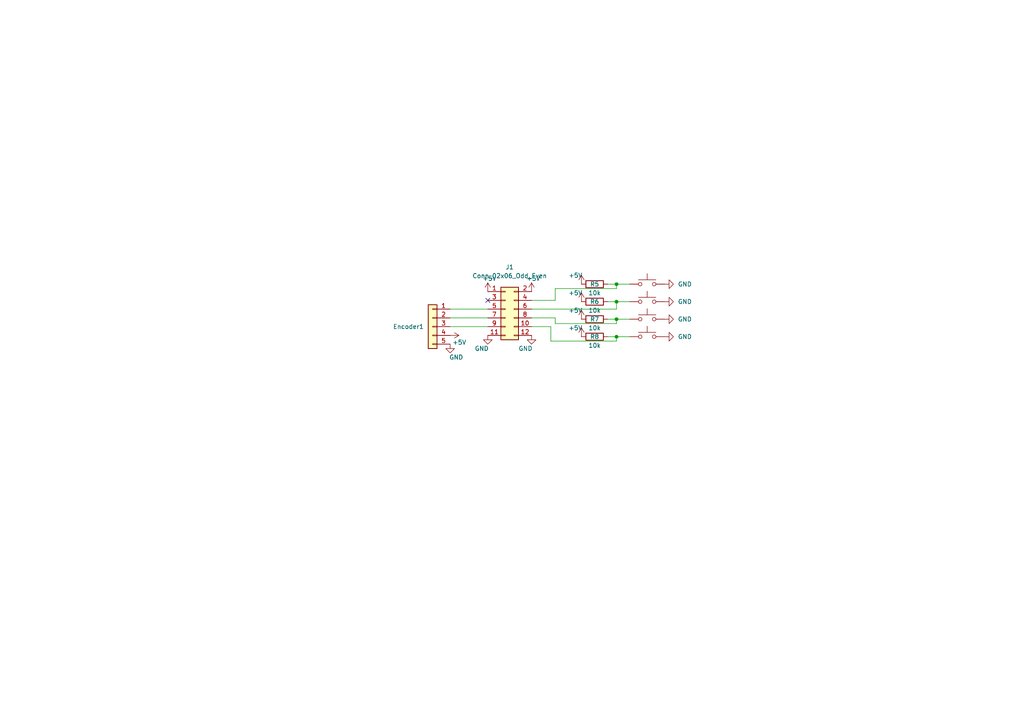
<source format=kicad_sch>
(kicad_sch (version 20211123) (generator eeschema)
  (paper "A4")
  (lib_symbols
    (symbol "Connector_Generic:Conn_01x05" (pin_names (offset 1.016) hide)
      (property "Reference" "J" (at 0 7.62 0))
      (property "Value" "Conn_01x05" (at 0 -7.62 0))
      (symbol "Conn_01x05_1_1"
        (rectangle (start -1.27 -4.953) (end 0 -5.207) (stroke (width 0.1524)))
        (rectangle (start -1.27 -2.413) (end 0 -2.667) (stroke (width 0.1524)))
        (rectangle (start -1.27 0.127) (end 0 -0.127) (stroke (width 0.1524)))
        (rectangle (start -1.27 2.667) (end 0 2.413) (stroke (width 0.1524)))
        (rectangle (start -1.27 5.207) (end 0 4.953) (stroke (width 0.1524)))
        (rectangle (start -1.27 6.35) (end 1.27 -6.35) (stroke (width 0.254)) (fill (type background)))
        (pin passive line (at -5.08 5.08 0) (length 3.81) (name "Pin_1") (number "1"))
        (pin passive line (at -5.08 2.54 0) (length 3.81) (name "Pin_2") (number "2"))
        (pin passive line (at -5.08 0 0) (length 3.81) (name "Pin_3") (number "3"))
        (pin passive line (at -5.08 -2.54 0) (length 3.81) (name "Pin_4") (number "4"))
        (pin passive line (at -5.08 -5.08 0) (length 3.81) (name "Pin_5") (number "5"))
      )
    )
    (symbol "Connector_Generic:Conn_02x06_Odd_Even" (pin_names (offset 1.016) hide)
      (property "Reference" "J" (at 1.27 7.62 0))
      (property "Value" "Conn_02x06_Odd_Even" (at 1.27 -10.16 0))
      (symbol "Conn_02x06_Odd_Even_1_1"
        (rectangle (start -1.27 -7.493) (end 0 -7.747) (stroke (width 0.1524)))
        (rectangle (start -1.27 -4.953) (end 0 -5.207) (stroke (width 0.1524)))
        (rectangle (start -1.27 -2.413) (end 0 -2.667) (stroke (width 0.1524)))
        (rectangle (start -1.27 0.127) (end 0 -0.127) (stroke (width 0.1524)))
        (rectangle (start -1.27 2.667) (end 0 2.413) (stroke (width 0.1524)))
        (rectangle (start -1.27 5.207) (end 0 4.953) (stroke (width 0.1524)))
        (rectangle (start -1.27 6.35) (end 3.81 -8.89) (stroke (width 0.254)) (fill (type background)))
        (rectangle (start 3.81 -7.493) (end 2.54 -7.747) (stroke (width 0.1524)))
        (rectangle (start 3.81 -4.953) (end 2.54 -5.207) (stroke (width 0.1524)))
        (rectangle (start 3.81 -2.413) (end 2.54 -2.667) (stroke (width 0.1524)))
        (rectangle (start 3.81 0.127) (end 2.54 -0.127) (stroke (width 0.1524)))
        (rectangle (start 3.81 2.667) (end 2.54 2.413) (stroke (width 0.1524)))
        (rectangle (start 3.81 5.207) (end 2.54 4.953) (stroke (width 0.1524)))
        (pin passive line (at -5.08 5.08 0) (length 3.81) (name "Pin_1") (number "1"))
        (pin passive line (at 7.62 -5.08 180) (length 3.81) (name "Pin_10") (number "10"))
        (pin passive line (at -5.08 -7.62 0) (length 3.81) (name "Pin_11") (number "11"))
        (pin passive line (at 7.62 -7.62 180) (length 3.81) (name "Pin_12") (number "12"))
        (pin passive line (at 7.62 5.08 180) (length 3.81) (name "Pin_2") (number "2"))
        (pin passive line (at -5.08 2.54 0) (length 3.81) (name "Pin_3") (number "3"))
        (pin passive line (at 7.62 2.54 180) (length 3.81) (name "Pin_4") (number "4"))
        (pin passive line (at -5.08 0 0) (length 3.81) (name "Pin_5") (number "5"))
        (pin passive line (at 7.62 0 180) (length 3.81) (name "Pin_6") (number "6"))
        (pin passive line (at -5.08 -2.54 0) (length 3.81) (name "Pin_7") (number "7"))
        (pin passive line (at 7.62 -2.54 180) (length 3.81) (name "Pin_8") (number "8"))
        (pin passive line (at -5.08 -5.08 0) (length 3.81) (name "Pin_9") (number "9"))
      )
    )
    (symbol "Device:R" (pin_numbers hide) (pin_names (offset 0))
      (property "Reference" "R" (at 2.032 0 90))
      (property "Value" "R" (at 0 0 90))
      (symbol "R_0_1"
        (rectangle (start -1.016 -2.54) (end 1.016 2.54) (stroke (width 0.254)))
      )
      (symbol "R_1_1"
        (pin passive line (at 0 3.81 270) (length 1.27) (name "~") (number "1"))
        (pin passive line (at 0 -3.81 90) (length 1.27) (name "~") (number "2"))
      )
    )
    (symbol "Switch:SW_Push" (pin_numbers hide) (pin_names (offset 1.016) hide)
      (property "Reference" "SW" (at 1.27 2.54 0))
      (property "Value" "SW_Push" (at 0 -1.524 0))
      (symbol "SW_Push_0_1"
        (circle (center -2.032 0) (radius 0.508))
        (polyline (pts (xy 0 1.27) (xy 0 3.048)))
        (polyline (pts (xy 2.54 1.27) (xy -2.54 1.27)))
        (circle (center 2.032 0) (radius 0.508))
        (pin passive line (at -5.08 0 0) (length 2.54) (name "1") (number "1"))
        (pin passive line (at 5.08 0 180) (length 2.54) (name "2") (number "2"))
      )
    )
    (symbol "power:+5V" (power) (pin_names (offset 0))
      (property "Value" "+5V" (at 0 3.556 0))
      (symbol "+5V_0_1"
        (polyline (pts (xy -0.762 1.27) (xy 0 2.54)))
        (polyline (pts (xy 0 0) (xy 0 2.54)))
        (polyline (pts (xy 0 2.54) (xy 0.762 1.27)))
      )
      (symbol "+5V_1_1"
        (pin power_in line (at 0 0 90) (length 0) hide (name "+5V") (number "1"))
      )
    )
    (symbol "power:GND" (power) (pin_names (offset 0))
      (property "Value" "GND" (at 0 -3.81 0))
      (symbol "GND_0_1"
        (polyline (pts (xy 0 0) (xy 0 -1.27) (xy 1.27 -1.27) (xy 0 -2.54) (xy -1.27 -1.27) (xy 0 -1.27)))
      )
      (symbol "GND_1_1"
        (pin power_in line (at 0 0 270) (length 0) hide (name "GND") (number "1"))
      )
    )
  )
  (junction (at 178.816 82.423))
  (junction (at 178.816 92.583))
  (junction (at 178.816 87.503))
  (junction (at 178.816 97.663))
  (no_connect (at 141.478 87.122))
  (wire (pts (xy 178.816 97.663) (xy 178.816 98.933)))
  (wire (pts (xy 178.816 93.853) (xy 161.036 93.853)))
  (wire (pts (xy 182.626 87.503) (xy 178.816 87.503)))
  (wire (pts (xy 161.036 83.693) (xy 161.036 87.122)))
  (wire (pts (xy 178.816 87.503) (xy 178.816 89.662)))
  (wire (pts (xy 154.178 92.202) (xy 161.036 92.202)))
  (wire (pts (xy 182.626 82.423) (xy 178.816 82.423)))
  (wire (pts (xy 178.816 82.423) (xy 178.816 83.693)))
  (wire (pts (xy 130.556 89.662) (xy 141.478 89.662)))
  (wire (pts (xy 178.816 83.693) (xy 161.036 83.693)))
  (wire (pts (xy 130.556 92.202) (xy 141.478 92.202)))
  (wire (pts (xy 178.816 87.503) (xy 176.276 87.503)))
  (wire (pts (xy 161.036 93.853) (xy 161.036 92.202)))
  (wire (pts (xy 178.816 97.663) (xy 176.276 97.663)))
  (wire (pts (xy 154.178 94.742) (xy 159.766 94.742)))
  (wire (pts (xy 154.178 87.122) (xy 161.036 87.122)))
  (wire (pts (xy 178.816 98.933) (xy 159.766 98.933)))
  (wire (pts (xy 178.816 92.583) (xy 176.276 92.583)))
  (wire (pts (xy 178.816 92.583) (xy 178.816 93.853)))
  (wire (pts (xy 178.816 82.423) (xy 176.276 82.423)))
  (wire (pts (xy 154.178 89.662) (xy 178.816 89.662)))
  (wire (pts (xy 182.626 92.583) (xy 178.816 92.583)))
  (wire (pts (xy 182.626 97.663) (xy 178.816 97.663)))
  (wire (pts (xy 159.766 94.742) (xy 159.766 98.933)))
  (wire (pts (xy 130.556 94.742) (xy 141.478 94.742)))
  (symbol (lib_id "Switch:SW_Push") (at 187.706 92.583 0) (mirror y) (unit 1)
    (property "Reference" "SW2" (effects hide))
    (property "Value" "SW_Push" (effects hide))
    (property "Footprint" "Button_Switch_THT:SW_PUSH-12mm" (effects hide))
  )
  (symbol (lib_id "power:GND") (at 130.556 99.822 0) (mirror y) (unit 1)
    (property "Reference" "#PWR0130" (effects hide))
    (property "Value" "GND" (at 134.366 103.632 0) (effects (justify left)))
  )
  (symbol (lib_id "Device:R") (at 172.466 92.583 270) (mirror x) (unit 1)
    (property "Reference" "R7" (at 172.466 92.583 90))
    (property "Value" "10k" (at 172.466 95.123 90))
    (property "Footprint" "Resistor_THT:R_Axial_DIN0207_L6.3mm_D2.5mm_P5.08mm_Vertical" (effects hide))
  )
  (symbol (lib_id "power:GND") (at 154.178 97.282 0) (unit 1)
    (property "Reference" "#PWR0101" (effects hide))
    (property "Value" "GND" (at 150.368 101.092 0) (effects (justify left)))
  )
  (symbol (lib_id "Connector_Generic:Conn_02x06_Odd_Even") (at 146.558 89.662 0) (unit 1)
    (property "Reference" "J1" (at 147.828 77.47 0))
    (property "Value" "Conn_02x06_Odd_Even" (at 147.828 80.01 0))
    (property "Footprint" "Connector_IDC:IDC-Header_2x06_P2.54mm_Vertical" (effects hide))
  )
  (symbol (lib_id "power:GND") (at 192.786 92.583 90) (mirror x) (unit 1)
    (property "Reference" "#PWR0116" (effects hide))
    (property "Value" "GND" (at 196.596 92.5831 90) (effects (justify right)))
  )
  (symbol (lib_id "Device:R") (at 172.466 97.663 270) (mirror x) (unit 1)
    (property "Reference" "R8" (at 172.466 97.663 90))
    (property "Value" "10k" (at 172.466 100.203 90))
    (property "Footprint" "Resistor_THT:R_Axial_DIN0207_L6.3mm_D2.5mm_P5.08mm_Vertical" (effects hide))
  )
  (symbol (lib_id "Switch:SW_Push") (at 187.706 87.503 0) (mirror y) (unit 1)
    (property "Reference" "SW3" (effects hide))
    (property "Value" "SW_Push" (effects hide))
    (property "Footprint" "Button_Switch_THT:SW_PUSH-12mm" (effects hide))
  )
  (symbol (lib_id "Device:R") (at 172.466 87.503 270) (mirror x) (unit 1)
    (property "Reference" "R6" (at 172.466 87.503 90))
    (property "Value" "10k" (at 172.466 90.043 90))
    (property "Footprint" "Resistor_THT:R_Axial_DIN0207_L6.3mm_D2.5mm_P5.08mm_Vertical" (effects hide))
  )
  (symbol (lib_id "power:+5V") (at 168.656 82.423 0) (mirror y) (unit 1)
    (property "Reference" "#PWR020" (effects hide))
    (property "Value" "+5V" (at 164.846 79.883 0) (effects (justify right)))
  )
  (symbol (lib_id "Switch:SW_Push") (at 187.706 97.663 0) (mirror y) (unit 1)
    (property "Reference" "SW1" (effects hide))
    (property "Value" "SW_Push" (effects hide))
    (property "Footprint" "Button_Switch_THT:SW_PUSH-12mm" (effects hide))
  )
  (symbol (lib_id "Connector_Generic:Conn_01x05") (at 125.476 94.742 0) (mirror y) (unit 1)
    (property "Reference" "Encoder1" (at 122.936 94.7419 0) (effects (justify left)))
    (property "Value" "Conn_01x05" (effects hide))
    (property "Footprint" "Connector_PinHeader_2.54mm:PinHeader_1x05_P2.54mm_Vertical" (effects hide))
  )
  (symbol (lib_id "power:+5V") (at 154.178 84.582 0) (unit 1)
    (property "Reference" "#PWR0103" (effects hide))
    (property "Value" "+5V" (at 156.718 80.772 0) (effects (justify right)))
  )
  (symbol (lib_id "power:+5V") (at 130.556 97.282 270) (mirror x) (unit 1)
    (property "Reference" "#PWR0133" (effects hide))
    (property "Value" "+5V" (at 135.2695 99.3019 90) (effects (justify right)))
  )
  (symbol (lib_id "Device:R") (at 172.466 82.423 270) (mirror x) (unit 1)
    (property "Reference" "R5" (at 172.466 82.423 90))
    (property "Value" "10k" (at 172.466 84.963 90))
    (property "Footprint" "Resistor_THT:R_Axial_DIN0207_L6.3mm_D2.5mm_P5.08mm_Vertical" (effects hide))
  )
  (symbol (lib_id "Switch:SW_Push") (at 187.706 82.423 0) (mirror y) (unit 1)
    (property "Reference" "SW4" (effects hide))
    (property "Value" "SW_Push" (effects hide))
    (property "Footprint" "Button_Switch_THT:SW_PUSH-12mm" (effects hide))
  )
  (symbol (lib_id "power:GND") (at 192.786 97.663 90) (mirror x) (unit 1)
    (property "Reference" "#PWR0115" (effects hide))
    (property "Value" "GND" (at 196.596 97.6631 90) (effects (justify right)))
  )
  (symbol (lib_id "power:GND") (at 192.786 87.503 90) (mirror x) (unit 1)
    (property "Reference" "#PWR0117" (effects hide))
    (property "Value" "GND" (at 196.596 87.5031 90) (effects (justify right)))
  )
  (symbol (lib_id "power:+5V") (at 141.478 84.582 0) (unit 1)
    (property "Reference" "#PWR0104" (effects hide))
    (property "Value" "+5V" (at 144.018 80.772 0) (effects (justify right)))
  )
  (symbol (lib_id "power:GND") (at 141.478 97.282 0) (unit 1)
    (property "Reference" "#PWR0102" (effects hide))
    (property "Value" "GND" (at 137.668 101.092 0) (effects (justify left)))
  )
  (symbol (lib_id "power:GND") (at 192.786 82.423 90) (mirror x) (unit 1)
    (property "Reference" "#PWR0118" (effects hide))
    (property "Value" "GND" (at 196.596 82.4231 90) (effects (justify right)))
  )
  (symbol (lib_id "power:+5V") (at 168.656 87.503 0) (mirror y) (unit 1)
    (property "Reference" "#PWR021" (effects hide))
    (property "Value" "+5V" (at 164.846 84.963 0) (effects (justify right)))
  )
  (symbol (lib_id "power:+5V") (at 168.656 97.663 0) (mirror y) (unit 1)
    (property "Reference" "#PWR023" (effects hide))
    (property "Value" "+5V" (at 164.846 95.123 0) (effects (justify right)))
  )
  (symbol (lib_id "power:+5V") (at 168.656 92.583 0) (mirror y) (unit 1)
    (property "Reference" "#PWR022" (effects hide))
    (property "Value" "+5V" (at 164.846 90.043 0) (effects (justify right)))
  )
)
</source>
